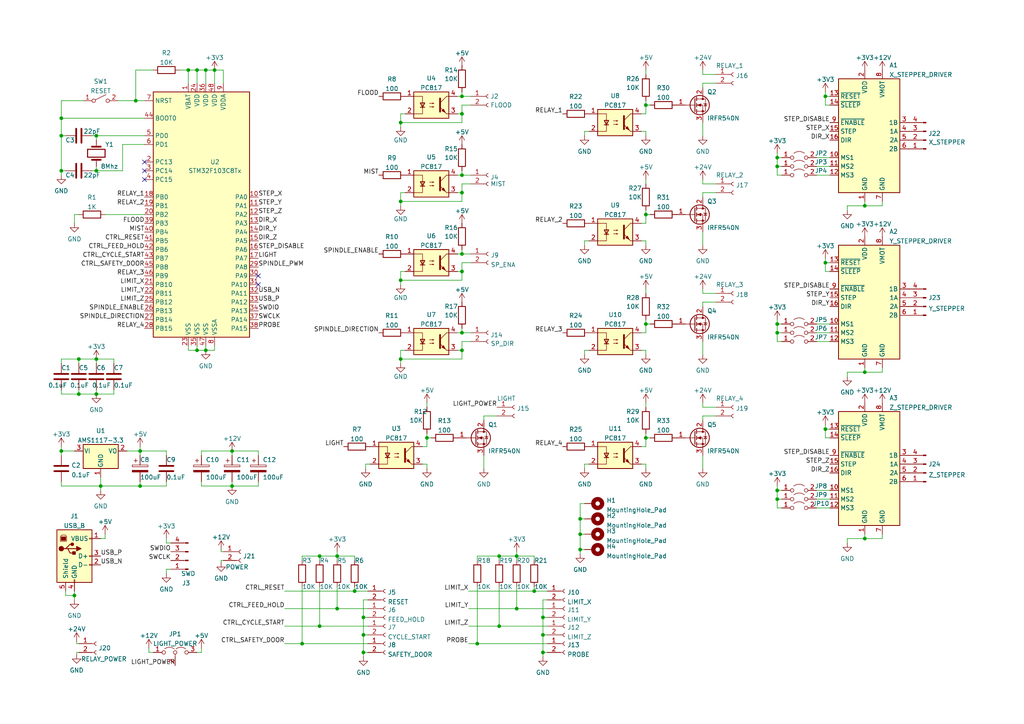
<source format=kicad_sch>
(kicad_sch (version 20211123) (generator eeschema)
  (paper "A4")
  (junction (at 17.78 34.29))
  (junction (at 29.21 140.97))
  (junction (at 187.325 127))
  (junction (at 133.985 55.88))
  (junction (at 187.325 30.48))
  (junction (at 133.985 33.02))
  (junction (at 87.63 186.69))
  (junction (at 54.61 20.32))
  (junction (at 17.78 49.53))
  (junction (at 225.425 45.72))
  (junction (at 67.31 140.97))
  (junction (at 62.23 20.32))
  (junction (at 116.205 81.28))
  (junction (at 59.69 101.6))
  (junction (at 59.69 20.32))
  (junction (at 27.94 114.3))
  (junction (at 239.395 124.46))
  (junction (at 105.41 179.07))
  (junction (at 157.48 189.23))
  (junction (at 39.37 29.21))
  (junction (at 17.78 39.37))
  (junction (at 144.78 181.61))
  (junction (at 225.425 144.78))
  (junction (at 133.985 78.74))
  (junction (at 27.94 39.37))
  (junction (at 157.48 184.15))
  (junction (at 27.94 49.53))
  (junction (at 250.825 156.21))
  (junction (at 225.425 96.52))
  (junction (at 239.395 27.94))
  (junction (at 57.15 20.32))
  (junction (at 17.78 130.81))
  (junction (at 133.985 73.66))
  (junction (at 157.48 179.07))
  (junction (at 168.275 159.385))
  (junction (at 105.41 189.23))
  (junction (at 239.395 76.2))
  (junction (at 138.43 186.69))
  (junction (at 225.425 93.98))
  (junction (at 40.64 130.81))
  (junction (at 105.41 184.15))
  (junction (at 133.985 27.94))
  (junction (at 102.87 171.45))
  (junction (at 250.825 59.69))
  (junction (at 187.325 62.23))
  (junction (at 116.205 104.14))
  (junction (at 225.425 142.24))
  (junction (at 144.78 161.29))
  (junction (at 133.985 50.8))
  (junction (at 21.59 172.72))
  (junction (at 116.205 35.56))
  (junction (at 154.94 171.45))
  (junction (at 97.79 161.29))
  (junction (at 97.79 176.53))
  (junction (at 92.71 161.29))
  (junction (at 149.86 161.29))
  (junction (at 250.825 107.95))
  (junction (at 225.425 48.26))
  (junction (at 123.825 127))
  (junction (at 22.86 104.14))
  (junction (at 133.985 96.52))
  (junction (at 27.94 104.14))
  (junction (at 22.86 114.3))
  (junction (at 133.985 101.6))
  (junction (at 40.64 140.97))
  (junction (at 57.15 101.6))
  (junction (at 168.275 150.495))
  (junction (at 67.31 130.81))
  (junction (at 187.325 93.98))
  (junction (at 92.71 181.61))
  (junction (at 116.205 58.42))
  (junction (at 149.86 176.53))
  (junction (at 168.275 154.94))
  (no_connect (at 41.91 46.99))
  (no_connect (at 41.91 52.07))
  (no_connect (at 41.91 49.53))
  (no_connect (at 74.93 82.55))
  (no_connect (at 74.93 80.01))
  (wire (pts (xy 62.23 20.32) (xy 64.77 20.32)))
  (wire (pts (xy 187.325 60.96) (xy 187.325 62.23)))
  (wire (pts (xy 105.41 179.07) (xy 106.68 179.07)))
  (wire (pts (xy 97.79 176.53) (xy 97.79 170.18)))
  (wire (pts (xy 140.335 132.08) (xy 140.335 135.89)))
  (wire (pts (xy 116.205 33.02) (xy 116.205 35.56)))
  (wire (pts (xy 225.425 50.8) (xy 226.695 50.8)))
  (wire (pts (xy 187.325 92.71) (xy 187.325 93.98)))
  (wire (pts (xy 225.425 147.32) (xy 226.695 147.32)))
  (wire (pts (xy 40.64 129.54) (xy 40.64 130.81)))
  (wire (pts (xy 203.835 53.34) (xy 203.835 52.07)))
  (wire (pts (xy 170.815 69.85) (xy 169.545 69.85)))
  (wire (pts (xy 125.095 127) (xy 123.825 127)))
  (wire (pts (xy 29.21 140.97) (xy 40.64 140.97)))
  (wire (pts (xy 133.985 73.66) (xy 136.525 73.66)))
  (wire (pts (xy 22.86 113.03) (xy 22.86 114.3)))
  (wire (pts (xy 87.63 161.29) (xy 92.71 161.29)))
  (wire (pts (xy 239.395 124.46) (xy 239.395 127)))
  (wire (pts (xy 236.855 142.24) (xy 240.665 142.24)))
  (wire (pts (xy 29.21 140.97) (xy 29.21 142.24)))
  (wire (pts (xy 58.42 139.7) (xy 58.42 140.97)))
  (wire (pts (xy 54.61 20.32) (xy 57.15 20.32)))
  (wire (pts (xy 225.425 144.78) (xy 225.425 147.32)))
  (wire (pts (xy 168.275 159.385) (xy 168.275 160.655)))
  (wire (pts (xy 187.325 134.62) (xy 187.325 135.89)))
  (wire (pts (xy 225.425 144.78) (xy 226.695 144.78)))
  (wire (pts (xy 48.26 157.48) (xy 49.53 157.48)))
  (wire (pts (xy 236.855 45.72) (xy 240.665 45.72)))
  (wire (pts (xy 169.545 134.62) (xy 169.545 135.89)))
  (wire (pts (xy 250.825 58.42) (xy 250.825 59.69)))
  (wire (pts (xy 123.825 134.62) (xy 123.825 135.89)))
  (wire (pts (xy 187.325 33.02) (xy 186.055 33.02)))
  (wire (pts (xy 58.42 130.81) (xy 67.31 130.81)))
  (wire (pts (xy 188.595 127) (xy 187.325 127)))
  (wire (pts (xy 245.745 107.95) (xy 245.745 109.22)))
  (wire (pts (xy 250.825 154.94) (xy 250.825 156.21)))
  (wire (pts (xy 187.325 96.52) (xy 186.055 96.52)))
  (wire (pts (xy 188.595 62.23) (xy 187.325 62.23)))
  (wire (pts (xy 34.29 29.21) (xy 39.37 29.21)))
  (wire (pts (xy 116.205 101.6) (xy 116.205 104.14)))
  (wire (pts (xy 157.48 189.23) (xy 158.75 189.23)))
  (wire (pts (xy 105.41 184.15) (xy 105.41 189.23)))
  (wire (pts (xy 57.15 20.32) (xy 59.69 20.32)))
  (wire (pts (xy 186.055 134.62) (xy 187.325 134.62)))
  (wire (pts (xy 49.53 165.1) (xy 48.26 165.1)))
  (wire (pts (xy 39.37 20.32) (xy 39.37 29.21)))
  (wire (pts (xy 187.325 129.54) (xy 186.055 129.54)))
  (wire (pts (xy 225.425 92.71) (xy 225.425 93.98)))
  (wire (pts (xy 64.135 159.385) (xy 64.135 160.02)))
  (wire (pts (xy 136.525 99.06) (xy 133.985 99.06)))
  (wire (pts (xy 144.78 181.61) (xy 158.75 181.61)))
  (wire (pts (xy 67.31 140.97) (xy 74.93 140.97)))
  (wire (pts (xy 102.87 161.29) (xy 102.87 162.56)))
  (wire (pts (xy 64.135 162.56) (xy 64.77 162.56)))
  (wire (pts (xy 30.48 62.23) (xy 41.91 62.23)))
  (wire (pts (xy 105.41 179.07) (xy 105.41 184.15)))
  (wire (pts (xy 157.48 184.15) (xy 158.75 184.15)))
  (wire (pts (xy 250.825 107.95) (xy 255.905 107.95)))
  (wire (pts (xy 132.715 27.94) (xy 133.985 27.94)))
  (wire (pts (xy 250.825 59.69) (xy 255.905 59.69)))
  (wire (pts (xy 140.335 120.65) (xy 144.145 120.65)))
  (wire (pts (xy 74.93 140.97) (xy 74.93 139.7)))
  (wire (pts (xy 27.94 113.03) (xy 27.94 114.3)))
  (wire (pts (xy 203.835 87.63) (xy 207.645 87.63)))
  (wire (pts (xy 245.745 59.69) (xy 245.745 60.96)))
  (wire (pts (xy 74.93 130.81) (xy 74.93 132.08)))
  (wire (pts (xy 97.79 161.29) (xy 102.87 161.29)))
  (wire (pts (xy 133.985 101.6) (xy 133.985 104.14)))
  (wire (pts (xy 82.55 171.45) (xy 102.87 171.45)))
  (wire (pts (xy 57.15 100.33) (xy 57.15 101.6)))
  (wire (pts (xy 105.41 173.99) (xy 105.41 179.07)))
  (wire (pts (xy 239.395 27.94) (xy 239.395 30.48)))
  (wire (pts (xy 22.225 189.23) (xy 22.225 189.865)))
  (wire (pts (xy 158.75 186.69) (xy 138.43 186.69)))
  (wire (pts (xy 48.26 165.1) (xy 48.26 166.37)))
  (wire (pts (xy 117.475 101.6) (xy 116.205 101.6)))
  (wire (pts (xy 58.42 132.08) (xy 58.42 130.81)))
  (wire (pts (xy 236.855 93.98) (xy 240.665 93.98)))
  (wire (pts (xy 187.325 62.23) (xy 187.325 64.77)))
  (wire (pts (xy 203.835 85.09) (xy 203.835 83.82)))
  (wire (pts (xy 35.56 41.91) (xy 35.56 49.53)))
  (wire (pts (xy 203.835 24.13) (xy 207.645 24.13)))
  (wire (pts (xy 136.525 76.2) (xy 133.985 76.2)))
  (wire (pts (xy 250.825 156.21) (xy 245.745 156.21)))
  (wire (pts (xy 136.525 30.48) (xy 133.985 30.48)))
  (wire (pts (xy 17.78 105.41) (xy 17.78 104.14)))
  (wire (pts (xy 57.15 101.6) (xy 59.69 101.6)))
  (wire (pts (xy 92.71 181.61) (xy 106.68 181.61)))
  (wire (pts (xy 188.595 30.48) (xy 187.325 30.48)))
  (wire (pts (xy 225.425 93.98) (xy 225.425 96.52)))
  (wire (pts (xy 187.325 93.98) (xy 187.325 96.52)))
  (wire (pts (xy 144.78 161.29) (xy 138.43 161.29)))
  (wire (pts (xy 168.275 146.05) (xy 168.275 150.495)))
  (wire (pts (xy 64.77 20.32) (xy 64.77 24.13)))
  (wire (pts (xy 187.325 116.84) (xy 187.325 118.11)))
  (wire (pts (xy 92.71 170.18) (xy 92.71 181.61)))
  (wire (pts (xy 187.325 30.48) (xy 187.325 33.02)))
  (wire (pts (xy 240.665 27.94) (xy 239.395 27.94)))
  (wire (pts (xy 144.78 162.56) (xy 144.78 161.29)))
  (wire (pts (xy 105.41 189.23) (xy 106.68 189.23)))
  (wire (pts (xy 135.89 181.61) (xy 144.78 181.61)))
  (wire (pts (xy 149.86 176.53) (xy 149.86 170.18)))
  (wire (pts (xy 186.055 69.85) (xy 187.325 69.85)))
  (wire (pts (xy 186.055 38.1) (xy 187.325 38.1)))
  (wire (pts (xy 48.26 156.21) (xy 48.26 157.48)))
  (wire (pts (xy 62.23 101.6) (xy 62.23 100.33)))
  (wire (pts (xy 29.21 156.21) (xy 30.48 156.21)))
  (wire (pts (xy 133.985 35.56) (xy 116.205 35.56)))
  (wire (pts (xy 207.645 118.11) (xy 203.835 118.11)))
  (wire (pts (xy 48.26 130.81) (xy 48.26 132.08)))
  (wire (pts (xy 226.695 45.72) (xy 225.425 45.72)))
  (wire (pts (xy 105.41 189.23) (xy 105.41 190.5)))
  (wire (pts (xy 225.425 142.24) (xy 225.425 144.78)))
  (wire (pts (xy 57.15 20.32) (xy 57.15 24.13)))
  (wire (pts (xy 17.78 104.14) (xy 22.86 104.14)))
  (wire (pts (xy 225.425 99.06) (xy 226.695 99.06)))
  (wire (pts (xy 132.715 33.02) (xy 133.985 33.02)))
  (wire (pts (xy 168.275 150.495) (xy 169.545 150.495)))
  (wire (pts (xy 168.275 154.94) (xy 169.545 154.94)))
  (wire (pts (xy 82.55 186.69) (xy 87.63 186.69)))
  (wire (pts (xy 54.61 101.6) (xy 57.15 101.6)))
  (wire (pts (xy 21.59 172.72) (xy 21.59 171.45)))
  (wire (pts (xy 17.78 113.03) (xy 17.78 114.3)))
  (wire (pts (xy 122.555 134.62) (xy 123.825 134.62)))
  (wire (pts (xy 133.985 99.06) (xy 133.985 101.6)))
  (wire (pts (xy 17.78 130.81) (xy 17.78 132.08)))
  (wire (pts (xy 225.425 96.52) (xy 225.425 99.06)))
  (wire (pts (xy 116.205 58.42) (xy 133.985 58.42)))
  (wire (pts (xy 33.02 104.14) (xy 33.02 105.41)))
  (wire (pts (xy 19.05 49.53) (xy 17.78 49.53)))
  (wire (pts (xy 30.48 156.21) (xy 30.48 154.94)))
  (wire (pts (xy 40.64 140.97) (xy 48.26 140.97)))
  (wire (pts (xy 17.78 49.53) (xy 17.78 39.37)))
  (wire (pts (xy 170.815 134.62) (xy 169.545 134.62)))
  (wire (pts (xy 225.425 44.45) (xy 225.425 45.72)))
  (wire (pts (xy 226.695 93.98) (xy 225.425 93.98)))
  (wire (pts (xy 170.815 101.6) (xy 169.545 101.6)))
  (wire (pts (xy 203.835 25.4) (xy 203.835 24.13)))
  (wire (pts (xy 17.78 140.97) (xy 29.21 140.97)))
  (wire (pts (xy 87.63 186.69) (xy 87.63 170.18)))
  (wire (pts (xy 22.86 114.3) (xy 27.94 114.3)))
  (wire (pts (xy 67.31 130.81) (xy 74.93 130.81)))
  (wire (pts (xy 239.395 78.74) (xy 240.665 78.74)))
  (wire (pts (xy 187.325 69.85) (xy 187.325 71.12)))
  (wire (pts (xy 116.205 78.74) (xy 116.205 81.28)))
  (wire (pts (xy 135.89 176.53) (xy 149.86 176.53)))
  (wire (pts (xy 105.41 184.15) (xy 106.68 184.15)))
  (wire (pts (xy 123.825 127) (xy 123.825 129.54)))
  (wire (pts (xy 186.055 101.6) (xy 187.325 101.6)))
  (wire (pts (xy 123.825 125.73) (xy 123.825 127)))
  (wire (pts (xy 117.475 78.74) (xy 116.205 78.74)))
  (wire (pts (xy 136.525 53.34) (xy 133.985 53.34)))
  (wire (pts (xy 157.48 173.99) (xy 157.48 179.07)))
  (wire (pts (xy 40.64 140.97) (xy 40.64 139.7)))
  (wire (pts (xy 116.205 81.28) (xy 116.205 82.55)))
  (wire (pts (xy 133.985 76.2) (xy 133.985 78.74)))
  (wire (pts (xy 250.825 107.95) (xy 245.745 107.95)))
  (wire (pts (xy 133.985 96.52) (xy 133.985 95.25)))
  (wire (pts (xy 138.43 186.69) (xy 138.43 170.18)))
  (wire (pts (xy 54.61 24.13) (xy 54.61 20.32)))
  (wire (pts (xy 133.985 30.48) (xy 133.985 33.02)))
  (wire (pts (xy 203.835 35.56) (xy 203.835 39.37)))
  (wire (pts (xy 58.42 187.96) (xy 58.42 189.23)))
  (wire (pts (xy 255.905 59.69) (xy 255.905 58.42)))
  (wire (pts (xy 22.86 62.23) (xy 21.59 62.23)))
  (wire (pts (xy 17.78 39.37) (xy 19.05 39.37)))
  (wire (pts (xy 149.86 161.29) (xy 154.94 161.29)))
  (wire (pts (xy 239.395 76.2) (xy 239.395 78.74)))
  (wire (pts (xy 236.855 147.32) (xy 240.665 147.32)))
  (wire (pts (xy 59.69 101.6) (xy 62.23 101.6)))
  (wire (pts (xy 226.695 142.24) (xy 225.425 142.24)))
  (wire (pts (xy 133.985 78.74) (xy 133.985 81.28)))
  (wire (pts (xy 97.79 161.29) (xy 97.79 162.56)))
  (wire (pts (xy 187.325 83.82) (xy 187.325 85.09)))
  (wire (pts (xy 27.94 48.26) (xy 27.94 49.53)))
  (wire (pts (xy 203.835 21.59) (xy 203.835 20.32)))
  (wire (pts (xy 154.94 170.18) (xy 154.94 171.45)))
  (wire (pts (xy 29.21 138.43) (xy 29.21 140.97)))
  (wire (pts (xy 44.45 20.32) (xy 39.37 20.32)))
  (wire (pts (xy 158.75 173.99) (xy 157.48 173.99)))
  (wire (pts (xy 106.68 186.69) (xy 87.63 186.69)))
  (wire (pts (xy 187.325 127) (xy 187.325 129.54)))
  (wire (pts (xy 102.87 170.18) (xy 102.87 171.45)))
  (wire (pts (xy 144.78 161.29) (xy 149.86 161.29)))
  (wire (pts (xy 149.86 160.02) (xy 149.86 161.29)))
  (wire (pts (xy 123.825 116.84) (xy 123.825 118.11)))
  (wire (pts (xy 43.18 187.96) (xy 43.18 189.23)))
  (wire (pts (xy 48.26 140.97) (xy 48.26 139.7)))
  (wire (pts (xy 255.905 156.21) (xy 255.905 154.94)))
  (wire (pts (xy 255.905 107.95) (xy 255.905 106.68)))
  (wire (pts (xy 27.94 39.37) (xy 27.94 40.64)))
  (wire (pts (xy 239.395 30.48) (xy 240.665 30.48)))
  (wire (pts (xy 27.94 49.53) (xy 26.67 49.53)))
  (wire (pts (xy 106.68 173.99) (xy 105.41 173.99)))
  (wire (pts (xy 144.78 170.18) (xy 144.78 181.61)))
  (wire (pts (xy 207.645 53.34) (xy 203.835 53.34)))
  (wire (pts (xy 106.68 176.53) (xy 97.79 176.53)))
  (wire (pts (xy 133.985 50.8) (xy 136.525 50.8)))
  (wire (pts (xy 59.69 100.33) (xy 59.69 101.6)))
  (wire (pts (xy 116.205 104.14) (xy 116.205 105.41)))
  (wire (pts (xy 169.545 146.05) (xy 168.275 146.05)))
  (wire (pts (xy 169.545 38.1) (xy 169.545 39.37)))
  (wire (pts (xy 250.825 59.69) (xy 245.745 59.69)))
  (wire (pts (xy 225.425 45.72) (xy 225.425 48.26)))
  (wire (pts (xy 92.71 161.29) (xy 97.79 161.29)))
  (wire (pts (xy 116.205 35.56) (xy 116.205 36.83)))
  (wire (pts (xy 82.55 181.61) (xy 92.71 181.61)))
  (wire (pts (xy 203.835 118.11) (xy 203.835 116.84)))
  (wire (pts (xy 21.59 62.23) (xy 21.59 64.77)))
  (wire (pts (xy 27.94 104.14) (xy 27.94 105.41)))
  (wire (pts (xy 154.94 171.45) (xy 158.75 171.45)))
  (wire (pts (xy 239.395 26.67) (xy 239.395 27.94)))
  (wire (pts (xy 43.18 189.23) (xy 44.45 189.23)))
  (wire (pts (xy 187.325 101.6) (xy 187.325 102.87)))
  (wire (pts (xy 168.275 159.385) (xy 169.545 159.385)))
  (wire (pts (xy 117.475 33.02) (xy 116.205 33.02)))
  (wire (pts (xy 22.86 104.14) (xy 22.86 105.41)))
  (wire (pts (xy 187.325 38.1) (xy 187.325 39.37)))
  (wire (pts (xy 203.835 99.06) (xy 203.835 102.87)))
  (wire (pts (xy 203.835 57.15) (xy 203.835 55.88)))
  (wire (pts (xy 133.985 55.88) (xy 132.715 55.88)))
  (wire (pts (xy 54.61 100.33) (xy 54.61 101.6)))
  (wire (pts (xy 19.05 171.45) (xy 19.05 172.72)))
  (wire (pts (xy 132.715 50.8) (xy 133.985 50.8)))
  (wire (pts (xy 135.89 186.69) (xy 138.43 186.69)))
  (wire (pts (xy 133.985 27.94) (xy 133.985 26.67)))
  (wire (pts (xy 17.78 139.7) (xy 17.78 140.97)))
  (wire (pts (xy 19.05 172.72) (xy 21.59 172.72)))
  (wire (pts (xy 133.985 50.8) (xy 133.985 49.53)))
  (wire (pts (xy 250.825 106.68) (xy 250.825 107.95)))
  (wire (pts (xy 239.395 123.19) (xy 239.395 124.46)))
  (wire (pts (xy 27.94 39.37) (xy 41.91 39.37)))
  (wire (pts (xy 140.335 121.92) (xy 140.335 120.65)))
  (wire (pts (xy 133.985 78.74) (xy 132.715 78.74)))
  (wire (pts (xy 62.23 20.32) (xy 62.23 24.13)))
  (wire (pts (xy 157.48 184.15) (xy 157.48 189.23)))
  (wire (pts (xy 203.835 132.08) (xy 203.835 135.89)))
  (wire (pts (xy 132.715 96.52) (xy 133.985 96.52)))
  (wire (pts (xy 157.48 189.23) (xy 157.48 190.5)))
  (wire (pts (xy 225.425 48.26) (xy 225.425 50.8)))
  (wire (pts (xy 239.395 74.93) (xy 239.395 76.2)))
  (wire (pts (xy 187.325 125.73) (xy 187.325 127)))
  (wire (pts (xy 92.71 162.56) (xy 92.71 161.29)))
  (wire (pts (xy 97.79 160.02) (xy 97.79 161.29)))
  (wire (pts (xy 236.855 144.78) (xy 240.665 144.78)))
  (wire (pts (xy 138.43 161.29) (xy 138.43 162.56)))
  (wire (pts (xy 107.315 134.62) (xy 106.045 134.62)))
  (wire (pts (xy 203.835 55.88) (xy 207.645 55.88)))
  (wire (pts (xy 203.835 121.92) (xy 203.835 120.65)))
  (wire (pts (xy 22.86 189.23) (xy 22.225 189.23)))
  (wire (pts (xy 203.835 120.65) (xy 207.645 120.65)))
  (wire (pts (xy 17.78 49.53) (xy 17.78 50.8)))
  (wire (pts (xy 158.75 176.53) (xy 149.86 176.53)))
  (wire (pts (xy 168.275 150.495) (xy 168.275 154.94)))
  (wire (pts (xy 64.135 160.02) (xy 64.77 160.02)))
  (wire (pts (xy 170.815 38.1) (xy 169.545 38.1)))
  (wire (pts (xy 240.665 124.46) (xy 239.395 124.46)))
  (wire (pts (xy 64.135 163.195) (xy 64.135 162.56)))
  (wire (pts (xy 169.545 101.6) (xy 169.545 102.87)))
  (wire (pts (xy 102.87 171.45) (xy 106.68 171.45)))
  (wire (pts (xy 154.94 161.29) (xy 154.94 162.56)))
  (wire (pts (xy 133.985 73.66) (xy 133.985 72.39)))
  (wire (pts (xy 133.985 33.02) (xy 133.985 35.56)))
  (wire (pts (xy 22.86 104.14) (xy 27.94 104.14)))
  (wire (pts (xy 52.07 20.32) (xy 54.61 20.32)))
  (wire (pts (xy 116.205 55.88) (xy 116.205 58.42)))
  (wire (pts (xy 41.91 34.29) (xy 17.78 34.29)))
  (wire (pts (xy 207.645 85.09) (xy 203.835 85.09)))
  (wire (pts (xy 236.855 99.06) (xy 240.665 99.06)))
  (wire (pts (xy 27.94 114.3) (xy 33.02 114.3)))
  (wire (pts (xy 133.985 96.52) (xy 136.525 96.52)))
  (wire (pts (xy 21.59 172.72) (xy 21.59 173.99)))
  (wire (pts (xy 22.225 186.69) (xy 22.86 186.69)))
  (wire (pts (xy 245.745 156.21) (xy 245.745 157.48)))
  (wire (pts (xy 58.42 140.97) (xy 67.31 140.97)))
  (wire (pts (xy 203.835 88.9) (xy 203.835 87.63)))
  (wire (pts (xy 236.855 50.8) (xy 240.665 50.8)))
  (wire (pts (xy 26.67 39.37) (xy 27.94 39.37)))
  (wire (pts (xy 207.645 21.59) (xy 203.835 21.59)))
  (wire (pts (xy 188.595 93.98) (xy 187.325 93.98)))
  (wire (pts (xy 82.55 176.53) (xy 97.79 176.53)))
  (wire (pts (xy 133.985 53.34) (xy 133.985 55.88)))
  (wire (pts (xy 203.835 67.31) (xy 203.835 71.12)))
  (wire (pts (xy 168.275 154.94) (xy 168.275 159.385)))
  (wire (pts (xy 17.78 130.81) (xy 21.59 130.81)))
  (wire (pts (xy 17.78 29.21) (xy 17.78 34.29)))
  (wire (pts (xy 106.045 134.62) (xy 106.045 135.89)))
  (wire (pts (xy 157.48 179.07) (xy 157.48 184.15)))
  (wire (pts (xy 157.48 179.07) (xy 158.75 179.07)))
  (wire (pts (xy 40.64 130.81) (xy 48.26 130.81)))
  (wire (pts (xy 27.94 104.14) (xy 33.02 104.14)))
  (wire (pts (xy 27.94 49.53) (xy 35.56 49.53)))
  (wire (pts (xy 225.425 140.97) (xy 225.425 142.24)))
  (wire (pts (xy 240.665 76.2) (xy 239.395 76.2)))
  (wire (pts (xy 116.205 58.42) (xy 116.205 59.69)))
  (wire (pts (xy 187.325 29.21) (xy 187.325 30.48)))
  (wire (pts (xy 39.37 29.21) (xy 41.91 29.21)))
  (wire (pts (xy 59.69 20.32) (xy 59.69 24.13)))
  (wire (pts (xy 116.205 81.28) (xy 133.985 81.28)))
  (wire (pts (xy 40.64 130.81) (xy 40.64 132.08)))
  (wire (pts (xy 17.78 114.3) (xy 22.86 114.3)))
  (wire (pts (xy 33.02 114.3) (xy 33.02 113.03)))
  (wire (pts (xy 87.63 162.56) (xy 87.63 161.29)))
  (wire (pts (xy 17.78 129.54) (xy 17.78 130.81)))
  (wire (pts (xy 24.13 29.21) (xy 17.78 29.21)))
  (wire (pts (xy 135.89 171.45) (xy 154.94 171.45)))
  (wire (pts (xy 133.985 27.94) (xy 136.525 27.94)))
  (wire (pts (xy 149.86 161.29) (xy 149.86 162.56)))
  (wire (pts (xy 59.69 20.32) (xy 62.23 20.32)))
  (wire (pts (xy 169.545 69.85) (xy 169.545 71.12)))
  (wire (pts (xy 133.985 101.6) (xy 132.715 101.6)))
  (wire (pts (xy 187.325 64.77) (xy 186.055 64.77)))
  (wire (pts (xy 36.83 130.81) (xy 40.64 130.81)))
  (wire (pts (xy 236.855 96.52) (xy 240.665 96.52)))
  (wire (pts (xy 123.825 129.54) (xy 122.555 129.54)))
  (wire (pts (xy 35.56 41.91) (xy 41.91 41.91)))
  (wire (pts (xy 67.31 130.81) (xy 67.31 132.08)))
  (wire (pts (xy 225.425 96.52) (xy 226.695 96.52)))
  (wire (pts (xy 22.225 186.055) (xy 22.225 186.69)))
  (wire (pts (xy 117.475 55.88) (xy 116.205 55.88)))
  (wire (pts (xy 133.985 55.88) (xy 133.985 58.42)))
  (wire (pts (xy 239.395 127) (xy 240.665 127)))
  (wire (pts (xy 67.31 139.7) (xy 67.31 140.97)))
  (wire (pts (xy 116.205 104.14) (xy 133.985 104.14)))
  (wire (pts (xy 250.825 156.21) (xy 255.905 156.21)))
  (wire (pts (xy 236.855 48.26) (xy 240.665 48.26)))
  (wire (pts (xy 225.425 48.26) (xy 226.695 48.26)))
  (wire (pts (xy 187.325 20.32) (xy 187.325 21.59)))
  (wire (pts (xy 187.325 52.07) (xy 187.325 53.34)))
  (wire (pts (xy 58.42 189.23) (xy 57.15 189.23)))
  (wire (pts (xy 17.78 34.29) (xy 17.78 39.37)))
  (wire (pts (xy 132.715 73.66) (xy 133.985 73.66)))
  (label "FLOOD" (at 41.91 64.77 180))
  (label "LIMIT_Y" (at 135.89 176.53 180))
  (label "DIR_Z" (at 74.93 69.85 0))
  (label "DIR_X" (at 74.93 64.77 0))
  (label "LIGHT_POWER" (at 144.145 118.11 180))
  (label "STEP_DISABLE" (at 240.665 83.82 180))
  (label "DIR_Z" (at 240.665 137.16 180))
  (label "LIGHT" (at 74.93 74.93 0))
  (label "DIR_Y" (at 74.93 67.31 0))
  (label "RELAY_4" (at 41.91 95.25 180))
  (label "SPINDLE_ENABLE" (at 41.91 90.17 180))
  (label "STEP_X" (at 74.93 57.15 0))
  (label "RELAY_1" (at 41.91 57.15 180))
  (label "CTRL_RESET" (at 82.55 171.45 180))
  (label "LIMIT_Z" (at 135.89 181.61 180))
  (label "STEP_DISABLE" (at 74.93 72.39 0))
  (label "MIST" (at 41.91 67.31 180))
  (label "PROBE" (at 135.89 186.69 180))
  (label "USB_P" (at 74.93 87.63 0))
  (label "LIMIT_Y" (at 41.91 85.09 180))
  (label "RELAY_1" (at 163.195 33.02 180))
  (label "STEP_DISABLE" (at 240.665 35.56 180))
  (label "CTRL_SAFETY_DOOR" (at 41.91 77.47 180))
  (label "LIGHT" (at 99.695 129.54 180))
  (label "USB_N" (at 74.93 85.09 0))
  (label "STEP_Y" (at 74.93 59.69 0))
  (label "CTRL_FEED_HOLD" (at 41.91 72.39 180))
  (label "STEP_DISABLE" (at 240.665 132.08 180))
  (label "LIMIT_X" (at 41.91 82.55 180))
  (label "STEP_Y" (at 240.665 86.36 180))
  (label "DIR_Y" (at 240.665 88.9 180))
  (label "SPINDLE_ENABLE" (at 109.855 73.66 180))
  (label "SPINDLE_DIRECTION" (at 109.855 96.52 180))
  (label "CTRL_SAFETY_DOOR" (at 82.55 186.69 180))
  (label "PROBE" (at 74.93 95.25 0))
  (label "RELAY_3" (at 41.91 80.01 180))
  (label "SWCLK" (at 49.53 162.56 180))
  (label "DIR_X" (at 240.665 40.64 180))
  (label "CTRL_CYCLE_START" (at 82.55 181.61 180))
  (label "CTRL_FEED_HOLD" (at 82.55 176.53 180))
  (label "LIGHT_POWER" (at 50.8 193.04 180))
  (label "RELAY_4" (at 163.195 129.54 180))
  (label "SWCLK" (at 74.93 92.71 0))
  (label "STEP_Z" (at 74.93 62.23 0))
  (label "STEP_Z" (at 240.665 134.62 180))
  (label "FLOOD" (at 109.855 27.94 180))
  (label "SPINDLE_DIRECTION" (at 41.91 92.71 180))
  (label "LIMIT_X" (at 135.89 171.45 180))
  (label "SWDIO" (at 74.93 90.17 0))
  (label "RELAY_2" (at 163.195 64.77 180))
  (label "RELAY_2" (at 41.91 59.69 180))
  (label "USB_P" (at 29.21 161.29 0))
  (label "STEP_X" (at 240.665 38.1 180))
  (label "CTRL_CYCLE_START" (at 41.91 74.93 180))
  (label "LIMIT_Z" (at 41.91 87.63 180))
  (label "SWDIO" (at 49.53 160.02 180))
  (label "MIST" (at 109.855 50.8 180))
  (label "SPINDLE_PWM" (at 74.93 77.47 0))
  (label "RELAY_3" (at 163.195 96.52 180))
  (label "CTRL_RESET" (at 41.91 69.85 180))
  (label "USB_N" (at 29.21 163.83 0))
  (symbol (lib_id "Connector:Conn_01x02_Female") (at 111.76 171.45 0) (unit 1)
    (property "Reference" "J5" (at 112.4712 171.8115 0) (effects (justify left)))
    (property "Value" "RESET" (at 112.4712 174.5866 0) (effects (justify left)))
    (property "Footprint" "Connector_JST:JST_EH_B2B-EH-A_1x02_P2.50mm_Vertical" (effects hide))
  )
  (symbol (lib_id "power:GND") (at 169.545 135.89 0) (unit 1)
    (property "Reference" "#PWR0132" (effects hide))
    (property "Value" "GND" (at 169.545 140.4525 0))
  )
  (symbol (lib_id "Connector:Conn_01x02_Female") (at 212.725 118.11 0) (unit 1)
    (property "Reference" "J19" (at 213.4362 118.4715 0) (effects (justify left)))
    (property "Value" "RELAY_4" (at 207.645 115.57 0) (effects (justify left)))
    (property "Footprint" "TerminalBlock:TerminalBlock_bornier-2_P5.08mm" (effects hide))
  )
  (symbol (lib_id "Driver_Motor:Pololu_Breakout_A4988") (at 250.825 38.1 0) (unit 1)
    (property "Reference" "A1" (at 257.9244 18.8935 0) (effects (justify left)))
    (property "Value" "X_STEPPER_DRIVER" (at 257.9244 21.6686 0) (effects (justify left)))
    (property "Footprint" "Module:Pololu_Breakout-16_15.2x20.3mm" (effects hide))
    (property "Datasheet" "https://www.pololu.com/product/2980/pictures" (effects hide))
  )
  (symbol (lib_id "Device:R") (at 192.405 93.98 90) (unit 1)
    (property "Reference" "R32" (at 192.405 88.9975 90))
    (property "Value" "100" (at 192.405 91.7726 90))
    (property "Footprint" "Resistor_SMD:R_0805_2012Metric" (effects hide))
  )
  (symbol (lib_id "Driver_Motor:Pololu_Breakout_A4988") (at 250.825 134.62 0) (unit 1)
    (property "Reference" "A3" (at 257.9244 115.4135 0) (effects (justify left)))
    (property "Value" "Z_STEPPER_DRIVER" (at 257.9244 118.1886 0) (effects (justify left)))
    (property "Footprint" "Module:Pololu_Breakout-16_15.2x20.3mm" (effects hide))
    (property "Datasheet" "https://www.pololu.com/product/2980/pictures" (effects hide))
  )
  (symbol (lib_id "Connector:Conn_01x02_Female") (at 141.605 50.8 0) (unit 1)
    (property "Reference" "J4" (at 142.24 51.435 0) (effects (justify left)))
    (property "Value" "MIST" (at 142.24 53.34 0) (effects (justify left)))
    (property "Footprint" "Connector_JST:JST_EH_B2B-EH-A_1x02_P2.50mm_Vertical" (effects hide))
  )
  (symbol (lib_id "power:GND") (at 22.225 189.865 0) (unit 1)
    (property "Reference" "#PWR0114" (effects hide))
    (property "Value" "GND" (at 22.225 194.4275 0))
  )
  (symbol (lib_id "Connector:Conn_01x02_Female") (at 141.605 96.52 0) (unit 1)
    (property "Reference" "J14" (at 142.24 97.155 0) (effects (justify left)))
    (property "Value" "SP_DIR" (at 142.3162 99.6566 0) (effects (justify left)))
    (property "Footprint" "Connector_JST:JST_EH_B2B-EH-A_1x02_P2.50mm_Vertical" (effects hide))
  )
  (symbol (lib_id "Device:R") (at 128.905 127 90) (unit 1)
    (property "Reference" "R13" (at 128.905 122.0175 90))
    (property "Value" "100" (at 128.905 124.7926 90))
    (property "Footprint" "Resistor_SMD:R_0805_2012Metric" (effects hide))
  )
  (symbol (lib_id "power:+5V") (at 187.325 116.84 0) (unit 1)
    (property "Reference" "#PWR0171" (effects hide))
    (property "Value" "+5V" (at 187.325 113.2355 0))
  )
  (symbol (lib_id "Device:R") (at 97.79 166.37 0) (unit 1)
    (property "Reference" "R5" (at 97.79 162.56 0) (effects (justify left)))
    (property "Value" "10K" (at 97.79 170.18 0) (effects (justify left)))
    (property "Footprint" "Resistor_SMD:R_0805_2012Metric" (effects hide))
  )
  (symbol (lib_id "power:+12V") (at 255.905 68.58 0) (unit 1)
    (property "Reference" "#PWR0152" (effects hide))
    (property "Value" "+12V" (at 255.905 64.9755 0))
  )
  (symbol (lib_id "Jumper:Jumper_2_Open") (at 231.775 99.06 0) (unit 1)
    (property "Reference" "JP7" (at 238.125 97.79 0))
    (property "Value" "Jumper_2_Open" (effects hide))
    (property "Footprint" "Connector_PinHeader_2.54mm:PinHeader_1x02_P2.54mm_Vertical" (effects hide))
  )
  (symbol (lib_id "Jumper:Jumper_2_Open") (at 231.775 45.72 0) (unit 1)
    (property "Reference" "JP2" (at 238.125 44.45 0))
    (property "Value" "Jumper_2_Open" (effects hide))
    (property "Footprint" "Connector_PinHeader_2.54mm:PinHeader_1x02_P2.54mm_Vertical" (effects hide))
  )
  (symbol (lib_id "Connector:Conn_01x02_Female") (at 149.225 118.11 0) (unit 1)
    (property "Reference" "J15" (at 149.9362 118.4715 0) (effects (justify left)))
    (property "Value" "LIGHT" (at 144.145 115.57 0) (effects (justify left)))
    (property "Footprint" "Connector_JST:JST_EH_B2B-EH-A_1x02_P2.50mm_Vertical" (effects hide))
  )
  (symbol (lib_id "Connector:Conn_01x04_Male") (at 268.605 40.64 180) (unit 1)
    (property "Reference" "J22" (at 269.24 38.735 0) (effects (justify right)))
    (property "Value" "X_STEPPER" (at 269.3162 41.2366 0) (effects (justify right)))
    (property "Footprint" "Connector_JST:JST_EH_B4B-EH-A_1x04_P2.50mm_Vertical" (effects hide))
  )
  (symbol (lib_id "power:+3.3V") (at 48.26 156.21 0) (unit 1)
    (property "Reference" "#PWR0103" (effects hide))
    (property "Value" "+3.3V" (at 48.26 152.6055 0))
  )
  (symbol (lib_id "power:+24V") (at 203.835 20.32 0) (unit 1)
    (property "Reference" "#PWR0157" (effects hide))
    (property "Value" "+24V" (at 203.835 16.7155 0))
  )
  (symbol (lib_id "Connector:Conn_01x02_Female") (at 163.83 186.69 0) (unit 1)
    (property "Reference" "J13" (at 164.5412 187.0515 0) (effects (justify left)))
    (property "Value" "PROBE" (at 164.5412 189.8266 0) (effects (justify left)))
    (property "Footprint" "Connector_JST:JST_EH_B2B-EH-A_1x02_P2.50mm_Vertical" (effects hide))
  )
  (symbol (lib_id "Device:R") (at 167.005 96.52 90) (unit 1)
    (property "Reference" "R24" (at 167.005 91.5375 90))
    (property "Value" "100" (at 167.005 94.3126 90))
    (property "Footprint" "Resistor_SMD:R_0805_2012Metric" (effects hide))
  )
  (symbol (lib_id "Device:R") (at 113.665 96.52 90) (unit 1)
    (property "Reference" "R11" (at 113.665 91.5375 90))
    (property "Value" "100" (at 113.665 94.3126 90))
    (property "Footprint" "Resistor_SMD:R_0805_2012Metric" (effects hide))
  )
  (symbol (lib_id "power:+3.3V") (at 250.825 116.84 0) (unit 1)
    (property "Reference" "#PWR0144" (effects hide))
    (property "Value" "+3.3V" (at 250.825 113.2355 0))
  )
  (symbol (lib_id "Device:R") (at 133.985 91.44 180) (unit 1)
    (property "Reference" "R17" (at 128.905 88.9 0) (effects (justify right)))
    (property "Value" "10K" (at 128.905 91.44 0) (effects (justify right)))
    (property "Footprint" "Resistor_SMD:R_0805_2012Metric" (effects hide))
  )
  (symbol (lib_id "power:+12V") (at 255.905 20.32 0) (unit 1)
    (property "Reference" "#PWR0150" (effects hide))
    (property "Value" "+12V" (at 255.905 16.7155 0))
  )
  (symbol (lib_id "Device:R") (at 113.665 73.66 90) (unit 1)
    (property "Reference" "R10" (at 113.665 68.6775 90))
    (property "Value" "100" (at 113.665 71.4526 90))
    (property "Footprint" "Resistor_SMD:R_0805_2012Metric" (effects hide))
  )
  (symbol (lib_id "power:GND") (at 67.31 140.97 0) (unit 1)
    (property "Reference" "#PWR0117" (effects hide))
    (property "Value" "GND" (at 67.31 145.5325 0))
  )
  (symbol (lib_id "Jumper:Jumper_2_Open") (at 231.775 96.52 0) (unit 1)
    (property "Reference" "JP6" (at 238.125 95.25 0))
    (property "Value" "Jumper_2_Open" (effects hide))
    (property "Footprint" "Connector_PinHeader_2.54mm:PinHeader_1x02_P2.54mm_Vertical" (effects hide))
  )
  (symbol (lib_id "power:+24V") (at 203.835 83.82 0) (unit 1)
    (property "Reference" "#PWR0164" (effects hide))
    (property "Value" "+24V" (at 203.835 80.2155 0))
  )
  (symbol (lib_id "power:+5V") (at 30.48 154.94 0) (unit 1)
    (property "Reference" "#PWR0111" (effects hide))
    (property "Value" "+5V" (at 30.48 151.3355 0))
  )
  (symbol (lib_id "power:+24V") (at 203.835 116.84 0) (unit 1)
    (property "Reference" "#PWR0169" (effects hide))
    (property "Value" "+24V" (at 203.835 113.2355 0))
  )
  (symbol (lib_id "Device:R") (at 167.005 129.54 90) (unit 1)
    (property "Reference" "R25" (at 167.005 124.5575 90))
    (property "Value" "100" (at 167.005 127.3326 90))
    (property "Footprint" "Resistor_SMD:R_0805_2012Metric" (effects hide))
  )
  (symbol (lib_id "Jumper:Jumper_2_Open") (at 231.775 144.78 0) (unit 1)
    (property "Reference" "JP9" (at 238.125 143.51 0))
    (property "Value" "Jumper_2_Open" (effects hide))
    (property "Footprint" "Connector_PinHeader_2.54mm:PinHeader_1x02_P2.54mm_Vertical" (effects hide))
  )
  (symbol (lib_id "power:+5V") (at 133.985 87.63 0) (unit 1)
    (property "Reference" "#PWR0140" (effects hide))
    (property "Value" "+5V" (at 133.985 84.0255 0))
  )
  (symbol (lib_id "power:GND") (at 168.275 160.655 0) (unit 1)
    (property "Reference" "#PWR0173" (effects hide))
    (property "Value" "GND" (at 168.275 165.2175 0))
  )
  (symbol (lib_id "Connector:USB_B") (at 21.59 161.29 0) (unit 1)
    (property "Reference" "J1" (at 21.59 149.7035 0))
    (property "Value" "USB_B" (at 21.59 152.4786 0))
    (property "Footprint" "Connector_USB:USB_B_OST_USB-B1HSxx_Horizontal" (effects hide))
    (property "Datasheet" " ~" (effects hide))
  )
  (symbol (lib_id "power:GND") (at 169.545 71.12 0) (unit 1)
    (property "Reference" "#PWR0138" (effects hide))
    (property "Value" "GND" (at 169.545 75.6825 0))
  )
  (symbol (lib_id "Device:R") (at 192.405 30.48 90) (unit 1)
    (property "Reference" "R30" (at 192.405 25.4975 90))
    (property "Value" "100" (at 192.405 28.2726 90))
    (property "Footprint" "Resistor_SMD:R_0805_2012Metric" (effects hide))
  )
  (symbol (lib_id "power:GND") (at 203.835 71.12 0) (unit 1)
    (property "Reference" "#PWR0163" (effects hide))
    (property "Value" "GND" (at 203.835 75.6825 0))
  )
  (symbol (lib_id "Regulator_Linear:AMS1117-3.3") (at 29.21 130.81 0) (unit 1)
    (property "Reference" "U1" (at 29.21 124.9385 0))
    (property "Value" "AMS1117-3.3" (at 29.21 127.7136 0))
    (property "Footprint" "Package_TO_SOT_SMD:SOT-223-3_TabPin2" (effects hide))
    (property "Datasheet" "http://www.advanced-monolithic.com/pdf/ds1117.pdf" (effects hide))
  )
  (symbol (lib_id "Jumper:Jumper_2_Open") (at 231.775 142.24 0) (unit 1)
    (property "Reference" "JP8" (at 238.125 140.97 0))
    (property "Value" "Jumper_2_Open" (effects hide))
    (property "Footprint" "Connector_PinHeader_2.54mm:PinHeader_1x02_P2.54mm_Vertical" (effects hide))
  )
  (symbol (lib_id "Connector:Conn_01x04_Male") (at 268.605 88.9 180) (unit 1)
    (property "Reference" "J23" (at 269.24 86.36 0) (effects (justify right)))
    (property "Value" "Y_STEPPER" (at 269.3162 89.4966 0) (effects (justify right)))
    (property "Footprint" "Connector_JST:JST_EH_B4B-EH-A_1x04_P2.50mm_Vertical" (effects hide))
  )
  (symbol (lib_id "Mechanical:MountingHole_Pad") (at 172.085 154.94 270) (unit 1)
    (property "Reference" "H3" (at 175.895 154.0315 90) (effects (justify left)))
    (property "Value" "MountingHole_Pad" (at 175.895 156.8066 90) (effects (justify left)))
    (property "Footprint" "MountingHole:MountingHole_3.2mm_M3_Pad" (effects hide))
  )
  (symbol (lib_id "Device:R") (at 103.505 129.54 90) (unit 1)
    (property "Reference" "R7" (at 103.505 124.5575 90))
    (property "Value" "100" (at 103.505 127.3326 90))
    (property "Footprint" "Resistor_SMD:R_0805_2012Metric" (effects hide))
  )
  (symbol (lib_id "power:GND") (at 203.835 135.89 0) (unit 1)
    (property "Reference" "#PWR0167" (effects hide))
    (property "Value" "GND" (at 203.835 140.4525 0))
  )
  (symbol (lib_id "Device:R") (at 113.665 50.8 90) (unit 1)
    (property "Reference" "R9" (at 113.665 45.8175 90))
    (property "Value" "100" (at 113.665 48.5926 90))
    (property "Footprint" "Resistor_SMD:R_0805_2012Metric" (effects hide))
  )
  (symbol (lib_id "power:GND") (at 29.21 142.24 0) (unit 1)
    (property "Reference" "#PWR0109" (effects hide))
    (property "Value" "GND" (at 29.21 146.8025 0))
  )
  (symbol (lib_id "Device:C") (at 17.78 109.22 0) (unit 1)
    (property "Reference" "C1" (at 17.78 106.68 0) (effects (justify left)))
    (property "Value" "0.1uF" (at 13.97 111.76 0) (effects (justify left)))
    (property "Footprint" "Capacitor_SMD:C_0805_2012Metric" (effects hide))
  )
  (symbol (lib_id "Isolator:PC817") (at 125.095 30.48 0) (unit 1)
    (property "Reference" "U4" (at 125.095 22.7035 0))
    (property "Value" "PC817" (at 125.095 25.4786 0))
    (property "Footprint" "Package_DIP:SMDIP-4_W7.62mm" (effects hide))
    (property "Datasheet" "http://www.soselectronic.cz/a_info/resource/d/pc817.pdf" (effects hide))
  )
  (symbol (lib_id "power:+12V") (at 67.31 130.81 0) (unit 1)
    (property "Reference" "#PWR0116" (effects hide))
    (property "Value" "+12V" (at 67.31 127.2055 0))
  )
  (symbol (lib_id "power:GND") (at 245.745 109.22 0) (unit 1)
    (property "Reference" "#PWR0143" (effects hide))
    (property "Value" "GND" (at 245.745 113.7825 0))
  )
  (symbol (lib_id "Transistor_FET:IRF540N") (at 201.295 30.48 0) (unit 1)
    (property "Reference" "Q2" (at 205.105 26.67 0) (effects (justify left)))
    (property "Value" "IRFR540N" (at 205.105 34.29 0) (effects (justify left)))
    (property "Footprint" "Package_TO_SOT_SMD:TO-252-2" (effects hide))
    (property "Datasheet" "http://www.irf.com/product-info/datasheets/data/irf540n.pdf" (effects hide))
  )
  (symbol (lib_id "power:GND") (at 27.94 114.3 0) (unit 1)
    (property "Reference" "#PWR0118" (effects hide))
    (property "Value" "GND" (at 27.94 118.8625 0))
  )
  (symbol (lib_id "Device:R") (at 133.985 22.86 180) (unit 1)
    (property "Reference" "R14" (at 128.905 20.32 0) (effects (justify right)))
    (property "Value" "10K" (at 128.905 22.86 0) (effects (justify right)))
    (property "Footprint" "Resistor_SMD:R_0805_2012Metric" (effects hide))
  )
  (symbol (lib_id "Device:R") (at 87.63 166.37 0) (unit 1)
    (property "Reference" "R3" (at 87.63 162.56 0) (effects (justify left)))
    (property "Value" "10K" (at 87.63 170.18 0) (effects (justify left)))
    (property "Footprint" "Resistor_SMD:R_0805_2012Metric" (effects hide))
  )
  (symbol (lib_id "power:+3.3V") (at 225.425 140.97 0) (unit 1)
    (property "Reference" "#PWR0146" (effects hide))
    (property "Value" "+3.3V" (at 225.425 137.3655 0))
  )
  (symbol (lib_id "power:GND") (at 116.205 59.69 0) (unit 1)
    (property "Reference" "#PWR0128" (effects hide))
    (property "Value" "GND" (at 116.205 63.5 0))
  )
  (symbol (lib_id "Connector:Conn_01x02_Female") (at 111.76 186.69 0) (unit 1)
    (property "Reference" "J8" (at 112.4712 187.0515 0) (effects (justify left)))
    (property "Value" "SAFETY_DOOR" (at 112.4712 189.8266 0) (effects (justify left)))
    (property "Footprint" "Connector_JST:JST_EH_B2B-EH-A_1x02_P2.50mm_Vertical" (effects hide))
  )
  (symbol (lib_id "power:GND") (at 21.59 173.99 0) (unit 1)
    (property "Reference" "#PWR0112" (effects hide))
    (property "Value" "GND" (at 21.59 178.5525 0))
  )
  (symbol (lib_id "Device:C_Polarized") (at 74.93 135.89 0) (unit 1)
    (property "Reference" "C12" (at 76.2 133.35 0) (effects (justify left)))
    (property "Value" "100uF" (at 76.2 138.43 0) (effects (justify left)))
    (property "Footprint" "Capacitor_SMD:CP_Elec_6.3x7.7" (effects hide))
  )
  (symbol (lib_id "power:+3.3V") (at 97.79 160.02 0) (unit 1)
    (property "Reference" "#PWR0125" (effects hide))
    (property "Value" "+3.3V" (at 97.79 156.4155 0))
  )
  (symbol (lib_id "power:GND") (at 187.325 102.87 0) (unit 1)
    (property "Reference" "#PWR0170" (effects hide))
    (property "Value" "GND" (at 187.325 107.4325 0))
  )
  (symbol (lib_id "power:+3.3V") (at 239.395 74.93 0) (unit 1)
    (property "Reference" "#PWR0153" (effects hide))
    (property "Value" "+3.3V" (at 239.395 71.3255 0))
  )
  (symbol (lib_id "power:GND") (at 64.135 163.195 0) (unit 1)
    (property "Reference" "#PWR0106" (effects hide))
    (property "Value" "GND" (at 64.135 167.7575 0))
  )
  (symbol (lib_id "power:GND") (at 140.335 135.89 0) (unit 1)
    (property "Reference" "#PWR0135" (effects hide))
    (property "Value" "GND" (at 140.335 140.4525 0))
  )
  (symbol (lib_id "Jumper:Jumper_2_Open") (at 231.775 93.98 0) (unit 1)
    (property "Reference" "JP5" (at 238.125 92.71 0))
    (property "Value" "Jumper_2_Open" (effects hide))
    (property "Footprint" "Connector_PinHeader_2.54mm:PinHeader_1x02_P2.54mm_Vertical" (effects hide))
  )
  (symbol (lib_id "Isolator:PC817") (at 178.435 132.08 0) (unit 1)
    (property "Reference" "U11" (at 178.435 124.3035 0))
    (property "Value" "PC817" (at 178.435 127.0786 0))
    (property "Footprint" "Package_DIP:SMDIP-4_W7.62mm" (effects hide))
    (property "Datasheet" "http://www.soselectronic.cz/a_info/resource/d/pc817.pdf" (effects hide))
  )
  (symbol (lib_id "Isolator:PC817") (at 114.935 132.08 0) (unit 1)
    (property "Reference" "U3" (at 114.935 124.3035 0))
    (property "Value" "PC817" (at 114.935 127.0786 0))
    (property "Footprint" "Package_DIP:SMDIP-4_W7.62mm" (effects hide))
    (property "Datasheet" "http://www.soselectronic.cz/a_info/resource/d/pc817.pdf" (effects hide))
  )
  (symbol (lib_id "power:GND") (at 17.78 50.8 0) (unit 1)
    (property "Reference" "#PWR0101" (effects hide))
    (property "Value" "GND" (at 17.78 55.3625 0))
  )
  (symbol (lib_id "power:+3.3V") (at 27.94 104.14 0) (unit 1)
    (property "Reference" "#PWR0119" (effects hide))
    (property "Value" "+3.3V" (at 27.94 100.5355 0))
  )
  (symbol (lib_id "Device:R") (at 26.67 62.23 90) (unit 1)
    (property "Reference" "R1" (at 26.67 57.2475 90))
    (property "Value" "1K" (at 26.67 60.0226 90))
    (property "Footprint" "Resistor_SMD:R_0805_2012Metric" (effects hide))
  )
  (symbol (lib_id "MCU_ST_STM32F1:STM32F103C8Tx") (at 59.69 62.23 0) (unit 1)
    (property "Reference" "U2" (at 60.96 46.99 0) (effects (justify left)))
    (property "Value" "STM32F103C8Tx" (at 54.61 49.53 0) (effects (justify left)))
    (property "Footprint" "Package_QFP:LQFP-48_7x7mm_P0.5mm" (effects hide))
    (property "Datasheet" "http://www.st.com/st-web-ui/static/active/en/resource/technical/document/datasheet/CD00161566.pdf" (effects hide))
  )
  (symbol (lib_id "power:GND") (at 48.26 166.37 0) (unit 1)
    (property "Reference" "#PWR0102" (effects hide))
    (property "Value" "GND" (at 48.26 170.9325 0))
  )
  (symbol (lib_id "Device:C") (at 48.26 135.89 0) (unit 1)
    (property "Reference" "C9" (at 48.26 133.35 0) (effects (justify left)))
    (property "Value" "0.1uF" (at 48.26 138.43 0) (effects (justify left)))
    (property "Footprint" "Capacitor_SMD:C_0805_2012Metric" (effects hide))
  )
  (symbol (lib_id "Mechanical:MountingHole_Pad") (at 172.085 150.495 270) (unit 1)
    (property "Reference" "H2" (at 175.895 149.5865 90) (effects (justify left)))
    (property "Value" "MountingHole_Pad" (at 175.895 152.3616 90) (effects (justify left)))
    (property "Footprint" "MountingHole:MountingHole_3.2mm_M3_Pad" (effects hide))
  )
  (symbol (lib_id "power:+3.3V") (at 62.23 20.32 0) (unit 1)
    (property "Reference" "#PWR0121" (effects hide))
    (property "Value" "+3.3V" (at 62.23 16.7155 0))
  )
  (symbol (lib_id "Connector:Conn_01x02_Female") (at 69.85 160.02 0) (unit 1)
    (property "Reference" "J21" (at 70.485 161.29 0) (effects (justify left)))
    (property "Value" "POWER" (at 65.405 164.465 0) (effects (justify left)))
    (property "Footprint" "TerminalBlock:TerminalBlock_bornier-2_P5.08mm" (effects hide))
  )
  (symbol (lib_id "Connector:Conn_01x04_Male") (at 54.61 162.56 180) (unit 1)
    (property "Reference" "J3" (at 53.975 169.1427 0))
    (property "Value" "SWD" (at 54.61 166.37 0))
    (property "Footprint" "Connector_PinHeader_2.54mm:PinHeader_1x04_P2.54mm_Vertical" (effects hide))
  )
  (symbol (lib_id "Isolator:PC817") (at 178.435 35.56 0) (unit 1)
    (property "Reference" "U8" (at 178.435 27.7835 0))
    (property "Value" "PC817" (at 178.435 30.5586 0))
    (property "Footprint" "Package_DIP:SMDIP-4_W7.62mm" (effects hide))
    (property "Datasheet" "http://www.soselectronic.cz/a_info/resource/d/pc817.pdf" (effects hide))
  )
  (symbol (lib_id "Device:R") (at 133.985 45.72 180) (unit 1)
    (property "Reference" "R15" (at 128.905 43.18 0) (effects (justify right)))
    (property "Value" "10K" (at 128.905 45.72 0) (effects (justify right)))
    (property "Footprint" "Resistor_SMD:R_0805_2012Metric" (effects hide))
  )
  (symbol (lib_id "power:+3.3V") (at 149.86 160.02 0) (unit 1)
    (property "Reference" "#PWR0130" (effects hide))
    (property "Value" "+3.3V" (at 149.86 156.4155 0))
  )
  (symbol (lib_id "power:+5V") (at 187.325 83.82 0) (unit 1)
    (property "Reference" "#PWR0165" (effects hide))
    (property "Value" "+5V" (at 187.325 80.2155 0))
  )
  (symbol (lib_id "power:+3.3V") (at 239.395 26.67 0) (unit 1)
    (property "Reference" "#PWR0151" (effects hide))
    (property "Value" "+3.3V" (at 239.395 23.0655 0))
  )
  (symbol (lib_id "Connector:Conn_01x02_Female") (at 111.76 181.61 0) (unit 1)
    (property "Reference" "J7" (at 112.4712 181.9715 0) (effects (justify left)))
    (property "Value" "CYCLE_START" (at 112.4712 184.7466 0) (effects (justify left)))
    (property "Footprint" "Connector_JST:JST_EH_B2B-EH-A_1x02_P2.50mm_Vertical" (effects hide))
  )
  (symbol (lib_id "power:GND") (at 116.205 82.55 0) (unit 1)
    (property "Reference" "#PWR0123" (effects hide))
    (property "Value" "GND" (at 116.205 86.36 0))
  )
  (symbol (lib_id "Transistor_FET:IRF540N") (at 137.795 127 0) (unit 1)
    (property "Reference" "Q1" (at 141.605 123.19 0) (effects (justify left)))
    (property "Value" "IRFR540N" (at 141.605 130.81 0) (effects (justify left)))
    (property "Footprint" "Package_TO_SOT_SMD:TO-252-2" (effects hide))
    (property "Datasheet" "http://www.irf.com/product-info/datasheets/data/irf540n.pdf" (effects hide))
  )
  (symbol (lib_id "power:+12V") (at 255.905 116.84 0) (unit 1)
    (property "Reference" "#PWR0145" (effects hide))
    (property "Value" "+12V" (at 255.905 113.2355 0))
  )
  (symbol (lib_id "Device:C") (at 22.86 39.37 90) (unit 1)
    (property "Reference" "C3" (at 20.32 40.64 90))
    (property "Value" "22pF" (at 26.67 38.1 90))
    (property "Footprint" "Capacitor_SMD:C_0805_2012Metric" (effects hide))
  )
  (symbol (lib_id "Connector:Conn_01x02_Female") (at 212.725 53.34 0) (unit 1)
    (property "Reference" "J17" (at 213.4362 53.7015 0) (effects (justify left)))
    (property "Value" "RELAY_2" (at 207.645 50.8 0) (effects (justify left)))
    (property "Footprint" "TerminalBlock:TerminalBlock_bornier-2_P5.08mm" (effects hide))
  )
  (symbol (lib_id "Transistor_FET:IRF540N") (at 201.295 93.98 0) (unit 1)
    (property "Reference" "Q4" (at 205.105 90.17 0) (effects (justify left)))
    (property "Value" "IRFR540N" (at 205.105 97.79 0) (effects (justify left)))
    (property "Footprint" "Package_TO_SOT_SMD:TO-252-2" (effects hide))
    (property "Datasheet" "http://www.irf.com/product-info/datasheets/data/irf540n.pdf" (effects hide))
  )
  (symbol (lib_id "power:GND") (at 187.325 135.89 0) (unit 1)
    (property "Reference" "#PWR0168" (effects hide))
    (property "Value" "GND" (at 187.325 140.4525 0))
  )
  (symbol (lib_id "Device:R") (at 133.985 68.58 180) (unit 1)
    (property "Reference" "R16" (at 128.905 66.04 0) (effects (justify right)))
    (property "Value" "10K" (at 128.905 68.58 0) (effects (justify right)))
    (property "Footprint" "Resistor_SMD:R_0805_2012Metric" (effects hide))
  )
  (symbol (lib_id "power:+3.3V") (at 239.395 123.19 0) (unit 1)
    (property "Reference" "#PWR0147" (effects hide))
    (property "Value" "+3.3V" (at 239.395 119.5855 0))
  )
  (symbol (lib_id "Driver_Motor:Pololu_Breakout_A4988") (at 250.825 86.36 0) (unit 1)
    (property "Reference" "A2" (at 257.9244 67.1535 0) (effects (justify left)))
    (property "Value" "Y_STEPPER_DRIVER" (at 257.9244 69.9286 0) (effects (justify left)))
    (property "Footprint" "Module:Pololu_Breakout-16_15.2x20.3mm" (effects hide))
    (property "Datasheet" "https://www.pololu.com/product/2980/pictures" (effects hide))
  )
  (symbol (lib_id "Device:R") (at 149.86 166.37 0) (unit 1)
    (property "Reference" "R20" (at 149.86 162.56 0) (effects (justify left)))
    (property "Value" "10K" (at 149.86 170.18 0) (effects (justify left)))
    (property "Footprint" "Resistor_SMD:R_0805_2012Metric" (effects hide))
  )
  (symbol (lib_id "power:GND") (at 116.205 36.83 0) (unit 1)
    (property "Reference" "#PWR0129" (effects hide))
    (property "Value" "GND" (at 116.205 40.64 0))
  )
  (symbol (lib_id "Mechanical:MountingHole_Pad") (at 172.085 146.05 270) (unit 1)
    (property "Reference" "H1" (at 175.895 145.1415 90) (effects (justify left)))
    (property "Value" "MountingHole_Pad" (at 175.895 147.9166 90) (effects (justify left)))
    (property "Footprint" "MountingHole:MountingHole_3.2mm_M3_Pad" (effects hide))
  )
  (symbol (lib_id "power:GND") (at 105.41 190.5 0) (unit 1)
    (property "Reference" "#PWR0124" (effects hide))
    (property "Value" "GND" (at 105.41 195.0625 0))
  )
  (symbol (lib_id "Device:R") (at 113.665 27.94 90) (unit 1)
    (property "Reference" "R8" (at 113.665 22.9575 90))
    (property "Value" "100" (at 113.665 25.7326 90))
    (property "Footprint" "Resistor_SMD:R_0805_2012Metric" (effects hide))
  )
  (symbol (lib_id "power:+3.3V") (at 250.825 20.32 0) (unit 1)
    (property "Reference" "#PWR0149" (effects hide))
    (property "Value" "+3.3V" (at 250.825 16.7155 0))
  )
  (symbol (lib_id "power:+5V") (at 58.42 187.96 0) (unit 1)
    (property "Reference" "#PWR0105" (effects hide))
    (property "Value" "+5V" (at 58.42 184.3555 0))
  )
  (symbol (lib_id "Connector:Conn_01x02_Female") (at 163.83 176.53 0) (unit 1)
    (property "Reference" "J11" (at 164.5412 176.8915 0) (effects (justify left)))
    (property "Value" "LIMIT_Y" (at 164.5412 179.6666 0) (effects (justify left)))
    (property "Footprint" "Connector_JST:JST_EH_B2B-EH-A_1x02_P2.50mm_Vertical" (effects hide))
  )
  (symbol (lib_id "Jumper:Jumper_3_Open") (at 50.8 189.23 0) (unit 1)
    (property "Reference" "JP1" (at 50.8 183.8913 0))
    (property "Value" "LIGHT_POWER" (at 50.8 186.6664 0))
    (property "Footprint" "Connector_PinHeader_2.54mm:PinHeader_1x03_P2.54mm_Vertical" (effects hide))
  )
  (symbol (lib_id "power:+3.3V") (at 250.825 68.58 0) (unit 1)
    (property "Reference" "#PWR0155" (effects hide))
    (property "Value" "+3.3V" (at 250.825 64.9755 0))
  )
  (symbol (lib_id "power:GND") (at 169.545 39.37 0) (unit 1)
    (property "Reference" "#PWR0137" (effects hide))
    (property "Value" "GND" (at 169.545 43.9325 0))
  )
  (symbol (lib_id "power:GND") (at 59.69 101.6 0) (unit 1)
    (property "Reference" "#PWR0108" (effects hide))
    (property "Value" "GND" (at 59.69 106.1625 0))
  )
  (symbol (lib_id "power:GND") (at 245.745 60.96 0) (unit 1)
    (property "Reference" "#PWR0154" (effects hide))
    (property "Value" "GND" (at 245.745 65.5225 0))
  )
  (symbol (lib_id "power:GND") (at 116.205 105.41 0) (unit 1)
    (property "Reference" "#PWR0122" (effects hide))
    (property "Value" "GND" (at 116.205 109.22 0))
  )
  (symbol (lib_id "Transistor_FET:IRF540N") (at 201.295 127 0) (unit 1)
    (property "Reference" "Q5" (at 205.105 123.19 0) (effects (justify left)))
    (property "Value" "IRFR540N" (at 205.105 130.81 0) (effects (justify left)))
    (property "Footprint" "Package_TO_SOT_SMD:TO-252-2" (effects hide))
    (property "Datasheet" "http://www.irf.com/product-info/datasheets/data/irf540n.pdf" (effects hide))
  )
  (symbol (lib_id "Device:R") (at 48.26 20.32 90) (unit 1)
    (property "Reference" "R2" (at 48.26 15.3375 90))
    (property "Value" "10K" (at 48.26 18.1126 90))
    (property "Footprint" "Resistor_SMD:R_0805_2012Metric" (effects hide))
  )
  (symbol (lib_id "power:+3.3V") (at 225.425 92.71 0) (unit 1)
    (property "Reference" "#PWR0156" (effects hide))
    (property "Value" "+3.3V" (at 225.425 89.1055 0))
  )
  (symbol (lib_id "power:GND") (at 203.835 102.87 0) (unit 1)
    (property "Reference" "#PWR0172" (effects hide))
    (property "Value" "GND" (at 203.835 107.4325 0))
  )
  (symbol (lib_id "power:+5V") (at 133.985 41.91 0) (unit 1)
    (property "Reference" "#PWR0126" (effects hide))
    (property "Value" "+5V" (at 133.985 38.3055 0))
  )
  (symbol (lib_id "power:+5V") (at 133.985 19.05 0) (unit 1)
    (property "Reference" "#PWR0127" (effects hide))
    (property "Value" "+5V" (at 133.985 15.4455 0))
  )
  (symbol (lib_id "Connector:Conn_01x02_Female") (at 27.94 186.69 0) (unit 1)
    (property "Reference" "J20" (at 28.575 187.96 0) (effects (justify left)))
    (property "Value" "RELAY_POWER" (at 23.495 191.135 0) (effects (justify left)))
    (property "Footprint" "TerminalBlock:TerminalBlock_bornier-2_P5.08mm" (effects hide))
  )
  (symbol (lib_id "Device:R") (at 144.78 166.37 0) (unit 1)
    (property "Reference" "R19" (at 144.78 162.56 0) (effects (justify left)))
    (property "Value" "10K" (at 144.78 170.18 0) (effects (justify left)))
    (property "Footprint" "Resistor_SMD:R_0805_2012Metric" (effects hide))
  )
  (symbol (lib_id "Isolator:PC817") (at 125.095 53.34 0) (unit 1)
    (property "Reference" "U5" (at 125.095 45.5635 0))
    (property "Value" "PC817" (at 125.095 48.3386 0))
    (property "Footprint" "Package_DIP:SMDIP-4_W7.62mm" (effects hide))
    (property "Datasheet" "http://www.soselectronic.cz/a_info/resource/d/pc817.pdf" (effects hide))
  )
  (symbol (lib_id "Jumper:Jumper_2_Open") (at 231.775 48.26 0) (unit 1)
    (property "Reference" "JP3" (at 238.125 46.99 0))
    (property "Value" "Jumper_2_Open" (effects hide))
    (property "Footprint" "Connector_PinHeader_2.54mm:PinHeader_1x02_P2.54mm_Vertical" (effects hide))
  )
  (symbol (lib_id "Isolator:PC817") (at 178.435 99.06 0) (unit 1)
    (property "Reference" "U10" (at 178.435 91.2835 0))
    (property "Value" "PC817" (at 178.435 94.0586 0))
    (property "Footprint" "Package_DIP:SMDIP-4_W7.62mm" (effects hide))
    (property "Datasheet" "http://www.soselectronic.cz/a_info/resource/d/pc817.pdf" (effects hide))
  )
  (symbol (lib_id "Transistor_FET:IRF540N") (at 201.295 62.23 0) (unit 1)
    (property "Reference" "Q3" (at 205.105 58.42 0) (effects (justify left)))
    (property "Value" "IRFR540N" (at 205.105 66.04 0) (effects (justify left)))
    (property "Footprint" "Package_TO_SOT_SMD:TO-252-2" (effects hide))
    (property "Datasheet" "http://www.irf.com/product-info/datasheets/data/irf540n.pdf" (effects hide))
  )
  (symbol (lib_id "Connector:Conn_01x02_Female") (at 163.83 181.61 0) (unit 1)
    (property "Reference" "J12" (at 164.5412 181.9715 0) (effects (justify left)))
    (property "Value" "LIMIT_Z" (at 164.5412 184.7466 0) (effects (justify left)))
    (property "Footprint" "Connector_JST:JST_EH_B2B-EH-A_1x02_P2.50mm_Vertical" (effects hide))
  )
  (symbol (lib_id "Connector:Conn_01x04_Male") (at 268.605 137.16 180) (unit 1)
    (property "Reference" "J24" (at 269.24 134.62 0) (effects (justify right)))
    (property "Value" "Z_STEPPER" (at 269.3162 137.7566 0) (effects (justify right)))
    (property "Footprint" "Connector_JST:JST_EH_B4B-EH-A_1x04_P2.50mm_Vertical" (effects hide))
  )
  (symbol (lib_id "power:+5V") (at 133.985 64.77 0) (unit 1)
    (property "Reference" "#PWR0141" (effects hide))
    (property "Value" "+5V" (at 133.985 61.1655 0))
  )
  (symbol (lib_id "Device:R") (at 167.005 64.77 90) (unit 1)
    (property "Reference" "R23" (at 167.005 59.7875 90))
    (property "Value" "100" (at 167.005 62.5626 90))
    (property "Footprint" "Resistor_SMD:R_0805_2012Metric" (effects hide))
  )
  (symbol (lib_id "power:+5V") (at 187.325 52.07 0) (unit 1)
    (property "Reference" "#PWR0160" (effects hide))
    (property "Value" "+5V" (at 187.325 48.4655 0))
  )
  (symbol (lib_id "power:+3.3V") (at 17.78 129.54 0) (unit 1)
    (property "Reference" "#PWR0110" (effects hide))
    (property "Value" "+3.3V" (at 17.78 125.9355 0))
  )
  (symbol (lib_id "power:GND") (at 123.825 135.89 0) (unit 1)
    (property "Reference" "#PWR0136" (effects hide))
    (property "Value" "GND" (at 123.825 140.4525 0))
  )
  (symbol (lib_id "power:GND") (at 169.545 102.87 0) (unit 1)
    (property "Reference" "#PWR0139" (effects hide))
    (property "Value" "GND" (at 169.545 107.4325 0))
  )
  (symbol (lib_id "power:+24V") (at 22.225 186.055 0) (unit 1)
    (property "Reference" "#PWR0113" (effects hide))
    (property "Value" "+24V" (at 22.225 182.4505 0))
  )
  (symbol (lib_id "Jumper:Jumper_2_Open") (at 231.775 50.8 0) (unit 1)
    (property "Reference" "JP4" (at 238.125 49.53 0))
    (property "Value" "Jumper_2_Open" (effects hide))
    (property "Footprint" "Connector_PinHeader_2.54mm:PinHeader_1x02_P2.54mm_Vertical" (effects hide))
  )
  (symbol (lib_id "Connector:Conn_01x02_Female") (at 141.605 73.66 0) (unit 1)
    (property "Reference" "J9" (at 142.3162 74.0215 0) (effects (justify left)))
    (property "Value" "SP_ENA" (at 142.3162 76.7966 0) (effects (justify left)))
    (property "Footprint" "Connector_JST:JST_EH_B2B-EH-A_1x02_P2.50mm_Vertical" (effects hide))
  )
  (symbol (lib_id "power:+5V") (at 123.825 116.84 0) (unit 1)
    (property "Reference" "#PWR0133" (effects hide))
    (property "Value" "+5V" (at 123.825 113.2355 0))
  )
  (symbol (lib_id "power:GND") (at 106.045 135.89 0) (unit 1)
    (property "Reference" "#PWR0134" (effects hide))
    (property "Value" "GND" (at 106.045 140.4525 0))
  )
  (symbol (lib_id "Isolator:PC817") (at 125.095 76.2 0) (unit 1)
    (property "Reference" "U6" (at 125.095 68.4235 0))
    (property "Value" "PC817" (at 125.095 71.1986 0))
    (property "Footprint" "Package_DIP:SMDIP-4_W7.62mm" (effects hide))
    (property "Datasheet" "http://www.soselectronic.cz/a_info/resource/d/pc817.pdf" (effects hide))
  )
  (symbol (lib_id "power:GND") (at 203.835 39.37 0) (unit 1)
    (property "Reference" "#PWR0158" (effects hide))
    (property "Value" "GND" (at 203.835 43.9325 0))
  )
  (symbol (lib_id "Device:C") (at 27.94 109.22 0) (unit 1)
    (property "Reference" "C6" (at 27.94 106.68 0) (effects (justify left)))
    (property "Value" "0.1uF" (at 26.67 111.76 0) (effects (justify left)))
    (property "Footprint" "Capacitor_SMD:C_0805_2012Metric" (effects hide))
  )
  (symbol (lib_id "Device:R") (at 102.87 166.37 0) (unit 1)
    (property "Reference" "R6" (at 102.87 162.56 0) (effects (justify left)))
    (property "Value" "10K" (at 102.87 170.18 0) (effects (justify left)))
    (property "Footprint" "Resistor_SMD:R_0805_2012Metric" (effects hide))
  )
  (symbol (lib_id "Connector:Conn_01x02_Female") (at 111.76 176.53 0) (unit 1)
    (property "Reference" "J6" (at 112.4712 176.8915 0) (effects (justify left)))
    (property "Value" "FEED_HOLD" (at 112.4712 179.6666 0) (effects (justify left)))
    (property "Footprint" "Connector_JST:JST_EH_B2B-EH-A_1x02_P2.50mm_Vertical" (effects hide))
  )
  (symbol (lib_id "power:+5V") (at 40.64 129.54 0) (unit 1)
    (property "Reference" "#PWR0115" (effects hide))
    (property "Value" "+5V" (at 40.64 125.9355 0))
  )
  (symbol (lib_id "Device:Crystal") (at 27.94 44.45 90) (unit 1)
    (property "Reference" "Y1" (at 30.48 41.91 90) (effects (justify right)))
    (property "Value" "8Mhz" (at 29.21 48.26 90) (effects (justify right)))
    (property "Footprint" "Crystal:Crystal_SMD_5032-2Pin_5.0x3.2mm" (effects hide))
  )
  (symbol (lib_id "Switch:SW_SPST") (at 29.21 29.21 0) (unit 1)
    (property "Reference" "SW1" (at 29.21 23.5925 0))
    (property "Value" "RESET" (at 29.21 26.3676 0))
    (property "Footprint" "Button_Switch_SMD:SW_Push_1P1T_NO_6x6mm_H9.5mm" (effects hide))
  )
  (symbol (lib_id "Device:R") (at 187.325 25.4 180) (unit 1)
    (property "Reference" "R26" (at 181.61 22.86 0) (effects (justify right)))
    (property "Value" "10K" (at 181.61 25.4 0) (effects (justify right)))
    (property "Footprint" "Resistor_SMD:R_0805_2012Metric" (effects hide))
  )
  (symbol (lib_id "Device:C_Polarized") (at 58.42 135.89 0) (unit 1)
    (property "Reference" "C10" (at 59.69 133.35 0) (effects (justify left)))
    (property "Value" "100uF" (at 59.69 138.43 0) (effects (justify left)))
    (property "Footprint" "Capacitor_SMD:CP_Elec_6.3x7.7" (effects hide))
  )
  (symbol (lib_id "Connector:Conn_01x02_Female") (at 141.605 27.94 0) (unit 1)
    (property "Reference" "J2" (at 142.24 27.94 0) (effects (justify left)))
    (property "Value" "FLOOD" (at 142.24 30.48 0) (effects (justify left)))
    (property "Footprint" "Connector_JST:JST_EH_B2B-EH-A_1x02_P2.50mm_Vertical" (effects hide))
  )
  (symbol (lib_id "Device:R") (at 187.325 57.15 180) (unit 1)
    (property "Reference" "R27" (at 182.245 54.61 0) (effects (justify right)))
    (property "Value" "10K" (at 182.245 57.15 0) (effects (justify right)))
    (property "Footprint" "Resistor_SMD:R_0805_2012Metric" (effects hide))
  )
  (symbol (lib_id "Connector:Conn_01x02_Female") (at 212.725 85.09 0) (unit 1)
    (property "Reference" "J18" (at 213.4362 85.4515 0) (effects (justify left)))
    (property "Value" "RELAY_3" (at 207.645 82.55 0) (effects (justify left)))
    (property "Footprint" "TerminalBlock:TerminalBlock_bornier-2_P5.08mm" (effects hide))
  )
  (symbol (lib_id "Device:R") (at 167.005 33.02 90) (unit 1)
    (property "Reference" "R22" (at 167.005 28.0375 90))
    (property "Value" "100" (at 167.005 30.8126 90))
    (property "Footprint" "Resistor_SMD:R_0805_2012Metric" (effects hide))
  )
  (symbol (lib_id "power:+24V") (at 203.835 52.07 0) (unit 1)
    (property "Reference" "#PWR0159" (effects hide))
    (property "Value" "+24V" (at 203.835 48.4655 0))
  )
  (symbol (lib_id "power:+12V") (at 64.135 159.385 0) (unit 1)
    (property "Reference" "#PWR0107" (effects hide))
    (property "Value" "+12V" (at 64.135 155.7805 0))
  )
  (symbol (lib_id "Device:C_Polarized") (at 40.64 135.89 0) (unit 1)
    (property "Reference" "C8" (at 40.64 133.35 0) (effects (justify left)))
    (property "Value" "100uF" (at 40.64 138.43 0) (effects (justify left)))
    (property "Footprint" "Capacitor_SMD:CP_Elec_8x10" (effects hide))
  )
  (symbol (lib_id "Device:R") (at 138.43 166.37 0) (unit 1)
    (property "Reference" "R18" (at 138.43 162.56 0) (effects (justify left)))
    (property "Value" "10K" (at 138.43 170.18 0) (effects (justify left)))
    (property "Footprint" "Resistor_SMD:R_0805_2012Metric" (effects hide))
  )
  (symbol (lib_id "power:+5V") (at 187.325 20.32 0) (unit 1)
    (property "Reference" "#PWR0166" (effects hide))
    (property "Value" "+5V" (at 187.325 16.7155 0))
  )
  (symbol (lib_id "Connector:Conn_01x02_Female") (at 163.83 171.45 0) (unit 1)
    (property "Reference" "J10" (at 164.5412 171.8115 0) (effects (justify left)))
    (property "Value" "LIMIT_X" (at 164.5412 174.5866 0) (effects (justify left)))
    (property "Footprint" "Connector_JST:JST_EH_B2B-EH-A_1x02_P2.50mm_Vertical" (effects hide))
  )
  (symbol (lib_id "Device:R") (at 92.71 166.37 0) (unit 1)
    (property "Reference" "R4" (at 92.71 162.56 0) (effects (justify left)))
    (property "Value" "10K" (at 92.71 170.18 0) (effects (justify left)))
    (property "Footprint" "Resistor_SMD:R_0805_2012Metric" (effects hide))
  )
  (symbol (lib_id "power:+3.3V") (at 225.425 44.45 0) (unit 1)
    (property "Reference" "#PWR0148" (effects hide))
    (property "Value" "+3.3V" (at 225.425 40.8455 0))
  )
  (symbol (lib_id "Device:R") (at 154.94 166.37 0) (unit 1)
    (property "Reference" "R21" (at 154.94 162.56 0) (effects (justify left)))
    (property "Value" "10K" (at 154.94 170.18 0) (effects (justify left)))
    (property "Footprint" "Resistor_SMD:R_0805_2012Metric" (effects hide))
  )
  (symbol (lib_id "Connector:Conn_01x02_Female") (at 212.725 21.59 0) (unit 1)
    (property "Reference" "J16" (at 213.4362 21.9515 0) (effects (justify left)))
    (property "Value" "RELAY_1" (at 207.645 19.05 0) (effects (justify left)))
    (property "Footprint" "TerminalBlock:TerminalBlock_bornier-2_P5.08mm" (effects hide))
  )
  (symbol (lib_id "Device:R") (at 192.405 62.23 90) (unit 1)
    (property "Reference" "R31" (at 192.405 57.2475 90))
    (property "Value" "100" (at 192.405 60.0226 90))
    (property "Footprint" "Resistor_SMD:R_0805_2012Metric" (effects hide))
  )
  (symbol (lib_id "power:GND") (at 187.325 71.12 0) (unit 1)
    (property "Reference" "#PWR0162" (effects hide))
    (property "Value" "GND" (at 187.325 75.6825 0))
  )
  (symbol (lib_id "Device:C_Polarized") (at 67.31 135.89 0) (unit 1)
    (property "Reference" "C11" (at 68.58 133.35 0) (effects (justify left)))
    (property "Value" "100uF" (at 68.58 138.43 0) (effects (justify left)))
    (property "Footprint" "Capacitor_SMD:CP_Elec_6.3x7.7" (effects hide))
  )
  (symbol (lib_id "power:GND") (at 245.745 157.48 0) (unit 1)
    (property "Reference" "#PWR0142" (effects hide))
    (property "Value" "GND" (at 245.745 162.0425 0))
  )
  (symbol (lib_id "Device:C") (at 17.78 135.89 0) (unit 1)
    (property "Reference" "C2" (at 20.701 134.9815 0) (effects (justify left)))
    (property "Value" "0.1uF" (at 20.701 137.7566 0) (effects (justify left)))
    (property "Footprint" "Capacitor_SMD:C_0805_2012Metric" (effects hide))
  )
  (symbol (lib_id "power:GND") (at 21.59 64.77 0) (unit 1)
    (property "Reference" "#PWR0120" (effects hide))
    (property "Value" "GND" (at 21.59 69.3325 0))
  )
  (symbol (lib_id "Mechanical:MountingHole_Pad") (at 172.085 159.385 270) (unit 1)
    (property "Reference" "H4" (at 175.895 158.4765 90) (effects (justify left)))
    (property "Value" "MountingHole_Pad" (at 175.895 161.2516 90) (effects (justify left)))
    (property "Footprint" "MountingHole:MountingHole_3.2mm_M3_Pad" (effects hide))
  )
  (symbol (lib_id "Device:R") (at 187.325 88.9 180) (unit 1)
    (property "Reference" "R28" (at 181.61 86.36 0) (effects (justify right)))
    (property "Value" "10K" (at 181.61 88.9 0) (effects (justify right)))
    (property "Footprint" "Resistor_SMD:R_0805_2012Metric" (effects hide))
  )
  (symbol (lib_id "power:GND") (at 157.48 190.5 0) (unit 1)
    (property "Reference" "#PWR0131" (effects hide))
    (property "Value" "GND" (at 157.48 195.0625 0))
  )
  (symbol (lib_id "power:+12V") (at 43.18 187.96 0) (unit 1)
    (property "Reference" "#PWR0104" (effects hide))
    (property "Value" "+12V" (at 43.18 184.3555 0))
  )
  (symbol (lib_id "Device:C") (at 33.02 109.22 0) (unit 1)
    (property "Reference" "C7" (at 33.02 106.68 0) (effects (justify left)))
    (property "Value" "0.1uF" (at 33.02 111.76 0) (effects (justify left)))
    (property "Footprint" "Capacitor_SMD:C_0805_2012Metric" (effects hide))
  )
  (symbol (lib_id "Device:R") (at 192.405 127 90) (unit 1)
    (property "Reference" "R33" (at 192.405 122.0175 90))
    (property "Value" "100" (at 192.405 124.7926 90))
    (property "Footprint" "Resistor_SMD:R_0805_2012Metric" (effects hide))
  )
  (symbol (lib_id "Isolator:PC817") (at 125.095 99.06 0) (unit 1)
    (property "Reference" "U7" (at 125.095 91.2835 0))
    (property "Value" "PC817" (at 125.095 94.0586 0))
    (property "Footprint" "Package_DIP:SMDIP-4_W7.62mm" (effects hide))
    (property "Datasheet" "http://www.soselectronic.cz/a_info/resource/d/pc817.pdf" (effects hide))
  )
  (symbol (lib_id "Device:R") (at 187.325 121.92 180) (unit 1)
    (property "Reference" "R29" (at 181.61 119.38 0) (effects (justify right)))
    (property "Value" "10K" (at 181.61 121.92 0) (effects (justify right)))
    (property "Footprint" "Resistor_SMD:R_0805_2012Metric" (effects hide))
  )
  (symbol (lib_id "Device:R") (at 123.825 121.92 180) (unit 1)
    (property "Reference" "R12" (at 120.015 119.38 0) (effects (justify right)))
    (property "Value" "10K" (at 118.745 121.92 0) (effects (justify right)))
    (property "Footprint" "Resistor_SMD:R_0805_2012Metric" (effects hide))
  )
  (symbol (lib_id "Jumper:Jumper_2_Open") (at 231.775 147.32 0) (unit 1)
    (property "Reference" "JP10" (at 238.125 146.05 0))
    (property "Value" "Jumper_2_Open" (effects hide))
    (property "Footprint" "Connector_PinHeader_2.54mm:PinHeader_1x02_P2.54mm_Vertical" (effects hide))
  )
  (symbol (lib_id "power:GND") (at 187.325 39.37 0) (unit 1)
    (property "Reference" "#PWR0161" (effects hide))
    (property "Value" "GND" (at 187.325 43.9325 0))
  )
  (symbol (lib_id "Isolator:PC817") (at 178.435 67.31 0) (unit 1)
    (property "Reference" "U9" (at 178.435 59.5335 0))
    (property "Value" "PC817" (at 178.435 62.3086 0))
    (property "Footprint" "Package_DIP:SMDIP-4_W7.62mm" (effects hide))
    (property "Datasheet" "http://www.soselectronic.cz/a_info/resource/d/pc817.pdf" (effects hide))
  )
  (symbol (lib_id "Device:C") (at 22.86 109.22 0) (unit 1)
    (property "Reference" "C5" (at 22.86 106.68 0) (effects (justify left)))
    (property "Value" "0.1uF" (at 20.32 111.76 0) (effects (justify left)))
    (property "Footprint" "Capacitor_SMD:C_0805_2012Metric" (effects hide))
  )
  (symbol (lib_id "Device:C") (at 22.86 49.53 90) (unit 1)
    (property "Reference" "C4" (at 20.32 50.8 90))
    (property "Value" "22pF" (at 26.67 50.8 90))
    (property "Footprint" "Capacitor_SMD:C_0805_2012Metric" (effects hide))
  )
)
</source>
